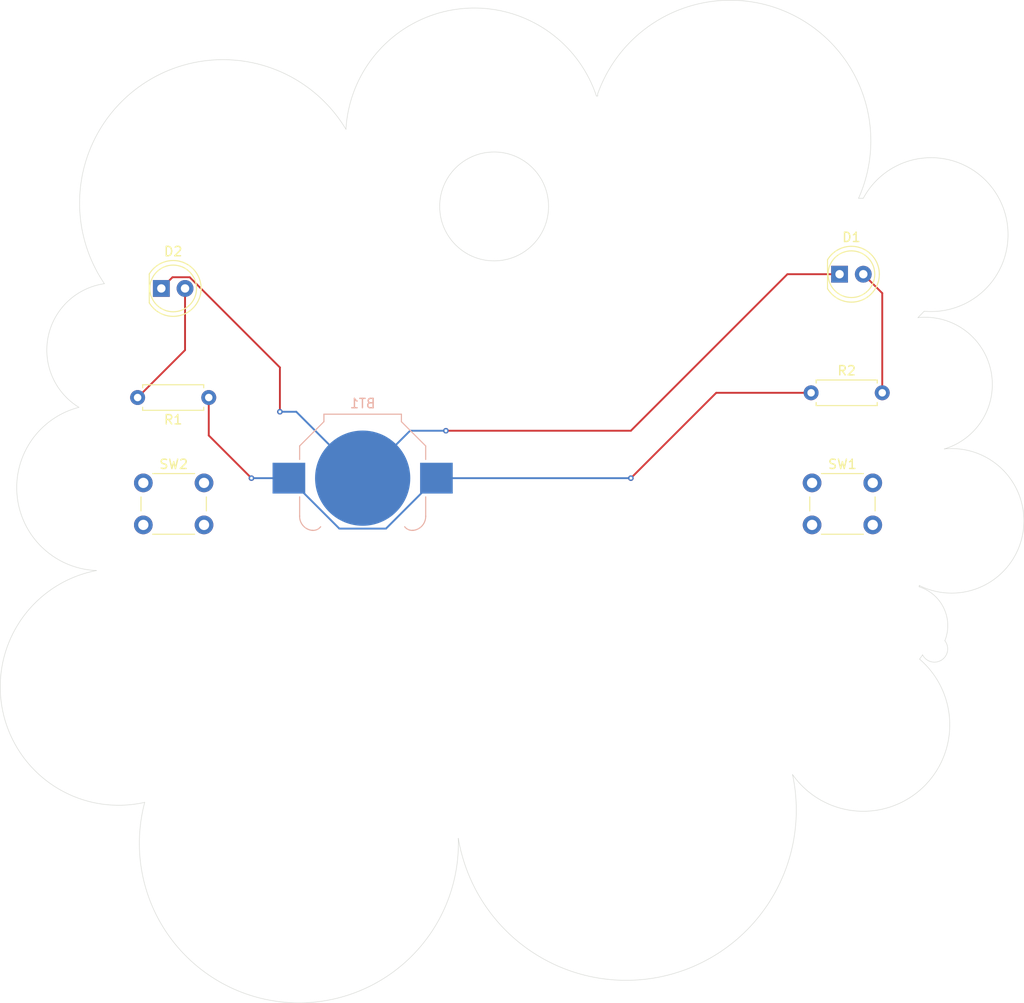
<source format=kicad_pcb>
(kicad_pcb (version 20241229) (generator "pcbnew") (generator_version "9.0")
  (layers (0 "F.Cu" signal) (2 "B.Cu" signal) (13 "F.Paste" user) (15 "B.Paste" user) (5 "F.SilkS" user "F.Silkscreen") (7 "B.SilkS" user "B.Silkscreen") (1 "F.Mask" user) (3 "B.Mask" user) (25 "Edge.Cuts" user))
  (net 0 "")
  (net 1 "Net-(BT1-+)")
  (net 2 "GND")
  (net 3 "Net-(D1-A)")
  (net 4 "Net-(D2-A)")
  (footprint "LED_THT:LED_D5.0mm" (layer "F.Cu") (at 127 48.26)
    (property "Reference" "D1" (at 1.27 -3.96 0) (layer "F.SilkS"))
    (property "Value" "LED")
    (fp_line (start -1.29 -1.545) (end -1.29 1.545) (stroke (width 0.12)) (layer "F.SilkS"))
    (fp_arc (start -1.29 -1.54483) (mid 2.071779 -2.880495) (end 4.26 0) (stroke (width 0.12)) (layer "F.SilkS"))
    (fp_arc (start 4.26 0) (mid 2.071779 2.880495) (end -1.29 1.54483) (stroke (width 0.12)) (layer "F.SilkS"))
    (fp_circle (center 1.27 0) (end 3.77 0) (stroke (width 0.12)) (fill no) (layer "F.SilkS"))
    (pad "1" thru_hole rect (at 0 0) (size 1.8 1.8) (drill 0.9) (layers "*.Cu" "*.Mask") (net 2 "GND"))
    (pad "2" thru_hole circle (at 2.54 0) (size 1.8 1.8) (drill 0.9) (layers "*.Cu" "*.Mask") (net 3 "Net-(D1-A)"))
  )
  (footprint "LED_THT:LED_D5.0mm" (layer "F.Cu") (at 54.356 49.784)
    (property "Reference" "D2" (at 1.27 -3.96 0) (layer "F.SilkS"))
    (property "Value" "LED")
    (fp_line (start -1.29 -1.545) (end -1.29 1.545) (stroke (width 0.12)) (layer "F.SilkS"))
    (fp_arc (start -1.29 -1.54483) (mid 2.071779 -2.880495) (end 4.26 0) (stroke (width 0.12)) (layer "F.SilkS"))
    (fp_arc (start 4.26 0) (mid 2.071779 2.880495) (end -1.29 1.54483) (stroke (width 0.12)) (layer "F.SilkS"))
    (fp_circle (center 1.27 0) (end 3.77 0) (stroke (width 0.12)) (fill no) (layer "F.SilkS"))
    (pad "1" thru_hole rect (at 0 0) (size 1.8 1.8) (drill 0.9) (layers "*.Cu" "*.Mask") (net 2 "GND"))
    (pad "2" thru_hole circle (at 2.54 0) (size 1.8 1.8) (drill 0.9) (layers "*.Cu" "*.Mask") (net 4 "Net-(D2-A)"))
  )
  (footprint "Button_Switch_THT:SW_PUSH_6mm_H5mm" (layer "F.Cu") (at 52.428 70.612)
    (property "Reference" "SW2" (at 3.25 -2 0) (layer "F.SilkS"))
    (property "Value" "SW_Push")
    (fp_line (start -0.25 1.5) (end -0.25 3) (stroke (width 0.12)) (layer "F.SilkS"))
    (fp_line (start 1 5.5) (end 5.5 5.5) (stroke (width 0.12)) (layer "F.SilkS"))
    (fp_line (start 5.5 -1) (end 1 -1) (stroke (width 0.12)) (layer "F.SilkS"))
    (fp_line (start 6.75 3) (end 6.75 1.5) (stroke (width 0.12)) (layer "F.SilkS"))
    (pad "1" thru_hole circle (at 0 0 90) (size 2 2) (drill 1.1) (layers "*.Cu" "*.Mask"))
    (pad "1" thru_hole circle (at 6.5 0 90) (size 2 2) (drill 1.1) (layers "*.Cu" "*.Mask"))
    (pad "2" thru_hole circle (at 0 4.5 90) (size 2 2) (drill 1.1) (layers "*.Cu" "*.Mask"))
    (pad "2" thru_hole circle (at 6.5 4.5 90) (size 2 2) (drill 1.1) (layers "*.Cu" "*.Mask"))
  )
  (footprint "Resistor_THT:R_Axial_DIN0207_L6.3mm_D2.5mm_P7.62mm_Horizontal" (layer "F.Cu") (at 59.436 61.468 180)
    (property "Reference" "R1" (at 3.81 -2.37 0) (layer "F.SilkS"))
    (property "Value" "200ohm")
    (fp_line (start 7.08 1.37) (end 7.08 1.04) (stroke (width 0.12)) (layer "F.SilkS"))
    (fp_line (start 7.08 -1.37) (end 7.08 -1.04) (stroke (width 0.12)) (layer "F.SilkS"))
    (fp_line (start 0.54 1.37) (end 7.08 1.37) (stroke (width 0.12)) (layer "F.SilkS"))
    (fp_line (start 0.54 1.04) (end 0.54 1.37) (stroke (width 0.12)) (layer "F.SilkS"))
    (fp_line (start 0.54 -1.04) (end 0.54 -1.37) (stroke (width 0.12)) (layer "F.SilkS"))
    (fp_line (start 0.54 -1.37) (end 7.08 -1.37) (stroke (width 0.12)) (layer "F.SilkS"))
    (pad "1" thru_hole circle (at 0 0 180) (size 1.6 1.6) (drill 0.8) (layers "*.Cu" "*.Mask") (net 1 "Net-(BT1-+)"))
    (pad "2" thru_hole circle (at 7.62 0 180) (size 1.6 1.6) (drill 0.8) (layers "*.Cu" "*.Mask") (net 4 "Net-(D2-A)"))
  )
  (footprint "Button_Switch_THT:SW_PUSH_6mm_H5mm" (layer "F.Cu") (at 124.056 70.612)
    (property "Reference" "SW1" (at 3.25 -2 0) (layer "F.SilkS"))
    (property "Value" "SW_Push")
    (fp_line (start -0.25 1.5) (end -0.25 3) (stroke (width 0.12)) (layer "F.SilkS"))
    (fp_line (start 1 5.5) (end 5.5 5.5) (stroke (width 0.12)) (layer "F.SilkS"))
    (fp_line (start 5.5 -1) (end 1 -1) (stroke (width 0.12)) (layer "F.SilkS"))
    (fp_line (start 6.75 3) (end 6.75 1.5) (stroke (width 0.12)) (layer "F.SilkS"))
    (pad "1" thru_hole circle (at 0 0 90) (size 2 2) (drill 1.1) (layers "*.Cu" "*.Mask"))
    (pad "1" thru_hole circle (at 6.5 0 90) (size 2 2) (drill 1.1) (layers "*.Cu" "*.Mask"))
    (pad "2" thru_hole circle (at 0 4.5 90) (size 2 2) (drill 1.1) (layers "*.Cu" "*.Mask"))
    (pad "2" thru_hole circle (at 6.5 4.5 90) (size 2 2) (drill 1.1) (layers "*.Cu" "*.Mask"))
  )
  (footprint "Resistor_THT:R_Axial_DIN0207_L6.3mm_D2.5mm_P7.62mm_Horizontal" (layer "F.Cu") (at 123.952 60.96)
    (property "Reference" "R2" (at 3.81 -2.37 0) (layer "F.SilkS"))
    (property "Value" "200ohm")
    (fp_line (start 0.54 -1.37) (end 7.08 -1.37) (stroke (width 0.12)) (layer "F.SilkS"))
    (fp_line (start 0.54 -1.04) (end 0.54 -1.37) (stroke (width 0.12)) (layer "F.SilkS"))
    (fp_line (start 0.54 1.04) (end 0.54 1.37) (stroke (width 0.12)) (layer "F.SilkS"))
    (fp_line (start 0.54 1.37) (end 7.08 1.37) (stroke (width 0.12)) (layer "F.SilkS"))
    (fp_line (start 7.08 -1.37) (end 7.08 -1.04) (stroke (width 0.12)) (layer "F.SilkS"))
    (fp_line (start 7.08 1.37) (end 7.08 1.04) (stroke (width 0.12)) (layer "F.SilkS"))
    (pad "1" thru_hole circle (at 0 0) (size 1.6 1.6) (drill 0.8) (layers "*.Cu" "*.Mask") (net 1 "Net-(BT1-+)"))
    (pad "2" thru_hole circle (at 7.62 0) (size 1.6 1.6) (drill 0.8) (layers "*.Cu" "*.Mask") (net 3 "Net-(D1-A)"))
  )
  (footprint "Battery:BatteryHolder_Keystone_3000_1x12mm" (layer "B.Cu") (at 75.92 70.104 180)
    (property "Reference" "BT1" (at 0 8 0) (layer "B.SilkS") (effects (justify mirror)))
    (property "Value" "Battery_Cell")
    (fp_line (start 6.75 3.45) (end 6.75 2) (stroke (width 0.12)) (layer "B.SilkS"))
    (fp_line (start 6.75 -2) (end 6.75 -4.1) (stroke (width 0.12)) (layer "B.SilkS"))
    (fp_line (start 4.15 6.85) (end 4.15 6.05) (stroke (width 0.12)) (layer "B.SilkS"))
    (fp_line (start 4.15 6.05) (end 6.75 3.45) (stroke (width 0.12)) (layer "B.SilkS"))
    (fp_line (start -4.15 6.85) (end 4.15 6.85) (stroke (width 0.12)) (layer "B.SilkS"))
    (fp_line (start -4.15 6.05) (end -4.15 6.85) (stroke (width 0.12)) (layer "B.SilkS"))
    (fp_line (start -6.75 3.45) (end -4.15 6.05) (stroke (width 0.12)) (layer "B.SilkS"))
    (fp_line (start -6.75 2) (end -6.75 3.45) (stroke (width 0.12)) (layer "B.SilkS"))
    (fp_line (start -6.75 -2) (end -6.75 -4.1) (stroke (width 0.12)) (layer "B.SilkS"))
    (fp_arc (start 5.3 -5.6) (mid 6.346016 -5.125305) (end 6.75 -4.05) (stroke (width 0.12)) (layer "B.SilkS"))
    (fp_arc (start 4.5 -5.2) (mid 4.90584 -5.514615) (end 5.414615 -5.58416) (stroke (width 0.12)) (layer "B.SilkS"))
    (fp_arc (start -5.414615 -5.58416) (mid -4.90584 -5.514615) (end -4.5 -5.2) (stroke (width 0.12)) (layer "B.SilkS"))
    (fp_arc (start -6.75 -4.05) (mid -6.346016 -5.125305) (end -5.3 -5.6) (stroke (width 0.12)) (layer "B.SilkS"))
    (pad "1" smd rect (at -7.9 0 180) (size 3.5 3.3) (layers "B.Cu" "B.Mask" "B.Paste") (net 1 "Net-(BT1-+)"))
    (pad "1" smd rect (at 7.9 0 180) (size 3.5 3.3) (layers "B.Cu" "B.Mask" "B.Paste") (net 1 "Net-(BT1-+)"))
    (pad "2" smd circle (at 0 0 180) (size 10.2 10.2) (layers "B.Cu" "B.Mask") (net 2 "GND"))
  )
  (gr_arc (start 129.54 40.132) (mid 144.058392 40.108523) (end 136.059503 52.224712) (stroke (width 0.05)) (layer "Edge.Cuts"))
  (gr_line (start 100.954206 29.171265) (end 101.092 29.171265) (stroke (width 0.05)) (layer "Edge.Cuts"))
  (gr_arc (start 48.26 49.276) (mid 52.687837 27.700069) (end 74.129442 32.738335) (stroke (width 0.05)) (layer "Edge.Cuts"))
  (gr_line (start 135.398017 52.909963) (end 136.059503 52.22471) (stroke (width 0.05)) (layer "Edge.Cuts"))
  (gr_arc (start 138.222883 66.974221) (mid 146.618446 76.071709) (end 135.542005 81.60002) (stroke (width 0.05)) (layer "Edge.Cuts"))
  (gr_arc (start 101.092 28.956) (mid 120.882838 19.991901) (end 129.032 40.132) (stroke (width 0.05)) (layer "Edge.Cuts"))
  (gr_arc (start 52.577432 104.826913) (mid 37.367613 95.039811) (end 47.41055 79.99769) (stroke (width 0.05)) (layer "Edge.Cuts"))
  (gr_line (start 129.03199 40.132) (end 129.54 40.132) (stroke (width 0.05)) (layer "Edge.Cuts"))
  (gr_arc (start 74.129442 32.738335) (mid 86.067938 19.871011) (end 100.954206 29.171265) (stroke (width 0.05)) (layer "Edge.Cuts"))
  (gr_arc (start 135.398017 52.909962) (mid 143.220055 58.654695) (end 138.222883 66.974221) (stroke (width 0.05)) (layer "Edge.Cuts"))
  (gr_line (start 101.092 29.171265) (end 101.092 28.956) (stroke (width 0.05)) (layer "Edge.Cuts"))
  (gr_arc (start 121.960765 101.845265) (mid 107.552827 123.566933) (end 86.164143 108.669157) (stroke (width 0.05)) (layer "Edge.Cuts"))
  (gr_arc (start 47.41055 79.997691) (mid 38.91873 72.070438) (end 45.529795 62.518152) (stroke (width 0.05)) (layer "Edge.Cuts"))
  (gr_circle (center 90 41) (end 85 38) (stroke (width 0.05)) (fill no) (layer "Edge.Cuts"))
  (gr_arc (start 138.277151 87.518061) (mid 137.917923 89.590895) (end 135.891364 89.026318) (stroke (width 0.05)) (layer "Edge.Cuts"))
  (gr_line (start 135.568284 89.487002) (end 135.891364 89.026315) (stroke (width 0.05)) (layer "Edge.Cuts"))
  (gr_line (start 135.52 81.740001) (end 135.542005 81.600021) (stroke (width 0.05)) (layer "Edge.Cuts"))
  (gr_arc (start 135.52 81.74) (mid 138.164098 84.025154) (end 138.277153 87.518061) (stroke (width 0.05)) (layer "Edge.Cuts"))
  (gr_arc (start 45.529795 62.518153) (mid 42.239785 54.937306) (end 48.26 49.275998) (stroke (width 0.05)) (layer "Edge.Cuts"))
  (gr_arc (start 135.568284 89.487002) (mid 135.767603 103.37713) (end 121.960765 101.845266) (stroke (width 0.05)) (layer "Edge.Cuts"))
  (gr_arc (start 86.164143 108.669157) (mid 67.146176 126.194316) (end 52.577432 104.826912) (stroke (width 0.05)) (layer "Edge.Cuts"))
  (segment (start 123.952 60.96) (end 113.792 60.96) (width 0.2) (layer "F.Cu") (net 1))
  (segment (start 113.792 60.96) (end 104.648 70.104) (width 0.2) (layer "F.Cu") (net 1))
  (segment (start 59.436 65.532) (end 64.008 70.104) (width 0.2) (layer "F.Cu") (net 1))
  (segment (start 59.436 61.468) (end 59.436 65.532) (width 0.2) (layer "F.Cu") (net 1))
  (via (at 64.008 70.104) (size 0.6) (drill 0.3) (layers "F.Cu" "B.Cu") (net 1))
  (via (at 104.648 70.104) (size 0.6) (drill 0.3) (layers "F.Cu" "B.Cu") (net 1))
  (segment (start 68.02 70.104) (end 73.421 75.505) (width 0.2) (layer "B.Cu") (net 1))
  (segment (start 64.008 70.104) (end 68.02 70.104) (width 0.2) (layer "B.Cu") (net 1))
  (segment (start 73.421 75.505) (end 78.419 75.505) (width 0.2) (layer "B.Cu") (net 1))
  (segment (start 78.419 75.505) (end 83.82 70.104) (width 0.2) (layer "B.Cu") (net 1))
  (segment (start 104.648 70.104) (end 83.82 70.104) (width 0.2) (layer "B.Cu") (net 1))
  (segment (start 104.648 65.024) (end 84.836 65.024) (width 0.2) (layer "F.Cu") (net 2))
  (segment (start 55.557 48.583) (end 57.393471 48.583) (width 0.2) (layer "F.Cu") (net 2))
  (segment (start 54.356 49.784) (end 55.557 48.583) (width 0.2) (layer "F.Cu") (net 2))
  (segment (start 121.412 48.26) (end 104.648 65.024) (width 0.2) (layer "F.Cu") (net 2))
  (segment (start 67.056 58.245529) (end 67.056 62.992) (width 0.2) (layer "F.Cu") (net 2))
  (segment (start 127 48.26) (end 121.412 48.26) (width 0.2) (layer "F.Cu") (net 2))
  (segment (start 57.393471 48.583) (end 67.056 58.245529) (width 0.2) (layer "F.Cu") (net 2))
  (via (at 67.056 62.992) (size 0.6) (drill 0.3) (layers "F.Cu" "B.Cu") (net 2))
  (via (at 84.836 65.024) (size 0.6) (drill 0.3) (layers "F.Cu" "B.Cu") (net 2))
  (segment (start 84.836 65.024) (end 81 65.024) (width 0.2) (layer "B.Cu") (net 2))
  (segment (start 81 65.024) (end 75.92 70.104) (width 0.2) (layer "B.Cu") (net 2))
  (segment (start 67.056 62.992) (end 68.808 62.992) (width 0.2) (layer "B.Cu") (net 2))
  (segment (start 68.808 62.992) (end 75.92 70.104) (width 0.2) (layer "B.Cu") (net 2))
  (segment (start 131.572 60.96) (end 131.572 50.292) (width 0.2) (layer "F.Cu") (net 3))
  (segment (start 131.572 50.292) (end 129.54 48.26) (width 0.2) (layer "F.Cu") (net 3))
  (segment (start 56.896 49.784) (end 56.896 56.388) (width 0.2) (layer "F.Cu") (net 4))
  (segment (start 56.896 56.388) (end 51.816 61.468) (width 0.2) (layer "F.Cu") (net 4))
)
</source>
